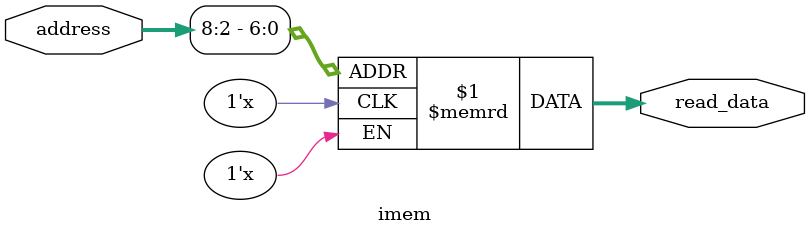
<source format=v>
`define imem_len 7 //imem input length must be 30 (32-2) but have been reduced for reducing simulation time

module imem(input [31:0] address,
	output [31:0] read_data);

	reg [31:0] mem_data [0 : (1 << `imem_len)-1];
	
	assign read_data = mem_data[ address[ ( `imem_len + 1 ) : 2 ] ];
endmodule

</source>
